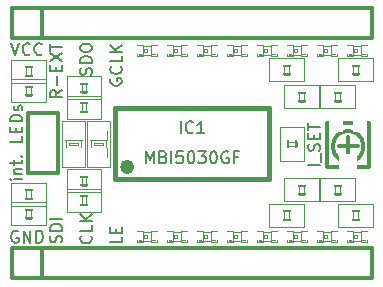
<source format=gto>
G04 (created by PCBNEW (2013-01-19 BZR 3914)-testing) date Mon 21 Jan 2013 04:33:40 AM CET*
%MOIN*%
G04 Gerber Fmt 3.4, Leading zero omitted, Abs format*
%FSLAX34Y34*%
G01*
G70*
G90*
G04 APERTURE LIST*
%ADD10C,2.3622e-06*%
%ADD11C,0.00787402*%
%ADD12C,0.012*%
%ADD13C,0.0026*%
%ADD14C,0.002*%
%ADD15C,0.004*%
%ADD16C,0.015*%
%ADD17C,0.006*%
%ADD18C,0.001*%
%ADD19R,0.06X0.06*%
%ADD20C,0.06*%
%ADD21R,0.059X0.0511*%
%ADD22R,0.065X0.065*%
%ADD23C,0.065*%
%ADD24R,0.0472X0.0472*%
%ADD25R,0.063X0.0591*%
%ADD26R,0.0256X0.063*%
%ADD27R,0.0393X0.0433*%
%ADD28R,0.0433X0.0393*%
%ADD29R,0.0314X0.0314*%
G04 APERTURE END LIST*
G54D10*
G54D11*
X65259Y-45715D02*
X64865Y-45715D01*
X65296Y-45621D02*
X65296Y-45321D01*
X65240Y-45246D02*
X65259Y-45190D01*
X65259Y-45096D01*
X65240Y-45059D01*
X65221Y-45040D01*
X65184Y-45021D01*
X65146Y-45021D01*
X65109Y-45040D01*
X65090Y-45059D01*
X65071Y-45096D01*
X65053Y-45171D01*
X65034Y-45209D01*
X65015Y-45228D01*
X64978Y-45246D01*
X64940Y-45246D01*
X64903Y-45228D01*
X64884Y-45209D01*
X64865Y-45171D01*
X64865Y-45078D01*
X64884Y-45021D01*
X65053Y-44853D02*
X65053Y-44721D01*
X65259Y-44665D02*
X65259Y-44853D01*
X64865Y-44853D01*
X64865Y-44665D01*
X64865Y-44553D02*
X64865Y-44328D01*
X65259Y-44440D02*
X64865Y-44440D01*
X58284Y-42849D02*
X58265Y-42887D01*
X58265Y-42943D01*
X58284Y-42999D01*
X58321Y-43037D01*
X58359Y-43056D01*
X58434Y-43074D01*
X58490Y-43074D01*
X58565Y-43056D01*
X58603Y-43037D01*
X58640Y-42999D01*
X58659Y-42943D01*
X58659Y-42906D01*
X58640Y-42849D01*
X58621Y-42831D01*
X58490Y-42831D01*
X58490Y-42906D01*
X58621Y-42437D02*
X58640Y-42456D01*
X58659Y-42512D01*
X58659Y-42549D01*
X58640Y-42606D01*
X58603Y-42643D01*
X58565Y-42662D01*
X58490Y-42681D01*
X58434Y-42681D01*
X58359Y-42662D01*
X58321Y-42643D01*
X58284Y-42606D01*
X58265Y-42549D01*
X58265Y-42512D01*
X58284Y-42456D01*
X58303Y-42437D01*
X58659Y-42081D02*
X58659Y-42268D01*
X58265Y-42268D01*
X58659Y-41950D02*
X58265Y-41950D01*
X58659Y-41725D02*
X58434Y-41893D01*
X58265Y-41725D02*
X58490Y-41950D01*
X57640Y-42715D02*
X57659Y-42659D01*
X57659Y-42565D01*
X57640Y-42528D01*
X57621Y-42509D01*
X57584Y-42490D01*
X57546Y-42490D01*
X57509Y-42509D01*
X57490Y-42528D01*
X57471Y-42565D01*
X57453Y-42640D01*
X57434Y-42678D01*
X57415Y-42696D01*
X57378Y-42715D01*
X57340Y-42715D01*
X57303Y-42696D01*
X57284Y-42678D01*
X57265Y-42640D01*
X57265Y-42546D01*
X57284Y-42490D01*
X57659Y-42321D02*
X57265Y-42321D01*
X57265Y-42228D01*
X57284Y-42171D01*
X57321Y-42134D01*
X57359Y-42115D01*
X57434Y-42096D01*
X57490Y-42096D01*
X57565Y-42115D01*
X57603Y-42134D01*
X57640Y-42171D01*
X57659Y-42228D01*
X57659Y-42321D01*
X57265Y-41853D02*
X57265Y-41778D01*
X57284Y-41740D01*
X57321Y-41703D01*
X57396Y-41684D01*
X57528Y-41684D01*
X57603Y-41703D01*
X57640Y-41740D01*
X57659Y-41778D01*
X57659Y-41853D01*
X57640Y-41890D01*
X57603Y-41928D01*
X57528Y-41946D01*
X57396Y-41946D01*
X57321Y-41928D01*
X57284Y-41890D01*
X57265Y-41853D01*
X56659Y-43237D02*
X56471Y-43368D01*
X56659Y-43462D02*
X56265Y-43462D01*
X56265Y-43312D01*
X56284Y-43274D01*
X56303Y-43256D01*
X56340Y-43237D01*
X56396Y-43237D01*
X56434Y-43256D01*
X56453Y-43274D01*
X56471Y-43312D01*
X56471Y-43462D01*
X56509Y-43068D02*
X56509Y-42768D01*
X56453Y-42581D02*
X56453Y-42450D01*
X56659Y-42393D02*
X56659Y-42581D01*
X56265Y-42581D01*
X56265Y-42393D01*
X56265Y-42262D02*
X56659Y-42000D01*
X56265Y-42000D02*
X56659Y-42262D01*
X56265Y-41906D02*
X56265Y-41681D01*
X56659Y-41793D02*
X56265Y-41793D01*
X58659Y-48106D02*
X58659Y-48293D01*
X58265Y-48293D01*
X58453Y-47975D02*
X58453Y-47843D01*
X58659Y-47787D02*
X58659Y-47975D01*
X58265Y-47975D01*
X58265Y-47787D01*
X57621Y-48084D02*
X57640Y-48103D01*
X57659Y-48159D01*
X57659Y-48196D01*
X57640Y-48253D01*
X57603Y-48290D01*
X57565Y-48309D01*
X57490Y-48328D01*
X57434Y-48328D01*
X57359Y-48309D01*
X57321Y-48290D01*
X57284Y-48253D01*
X57265Y-48196D01*
X57265Y-48159D01*
X57284Y-48103D01*
X57303Y-48084D01*
X57659Y-47728D02*
X57659Y-47915D01*
X57265Y-47915D01*
X57659Y-47596D02*
X57265Y-47596D01*
X57659Y-47371D02*
X57434Y-47540D01*
X57265Y-47371D02*
X57490Y-47596D01*
X56640Y-48303D02*
X56659Y-48246D01*
X56659Y-48153D01*
X56640Y-48115D01*
X56621Y-48096D01*
X56584Y-48078D01*
X56546Y-48078D01*
X56509Y-48096D01*
X56490Y-48115D01*
X56471Y-48153D01*
X56453Y-48228D01*
X56434Y-48265D01*
X56415Y-48284D01*
X56378Y-48303D01*
X56340Y-48303D01*
X56303Y-48284D01*
X56284Y-48265D01*
X56265Y-48228D01*
X56265Y-48134D01*
X56284Y-48078D01*
X56659Y-47909D02*
X56265Y-47909D01*
X56265Y-47815D01*
X56284Y-47759D01*
X56321Y-47721D01*
X56359Y-47703D01*
X56434Y-47684D01*
X56490Y-47684D01*
X56565Y-47703D01*
X56603Y-47721D01*
X56640Y-47759D01*
X56659Y-47815D01*
X56659Y-47909D01*
X56659Y-47515D02*
X56265Y-47515D01*
X55200Y-47934D02*
X55162Y-47915D01*
X55106Y-47915D01*
X55050Y-47934D01*
X55012Y-47971D01*
X54993Y-48009D01*
X54975Y-48084D01*
X54975Y-48140D01*
X54993Y-48215D01*
X55012Y-48253D01*
X55050Y-48290D01*
X55106Y-48309D01*
X55143Y-48309D01*
X55200Y-48290D01*
X55218Y-48271D01*
X55218Y-48140D01*
X55143Y-48140D01*
X55387Y-48309D02*
X55387Y-47915D01*
X55612Y-48309D01*
X55612Y-47915D01*
X55799Y-48309D02*
X55799Y-47915D01*
X55893Y-47915D01*
X55949Y-47934D01*
X55987Y-47971D01*
X56006Y-48009D01*
X56024Y-48084D01*
X56024Y-48140D01*
X56006Y-48215D01*
X55987Y-48253D01*
X55949Y-48290D01*
X55893Y-48309D01*
X55799Y-48309D01*
X54975Y-41665D02*
X55106Y-42059D01*
X55237Y-41665D01*
X55593Y-42021D02*
X55574Y-42040D01*
X55518Y-42059D01*
X55481Y-42059D01*
X55425Y-42040D01*
X55387Y-42003D01*
X55368Y-41965D01*
X55350Y-41890D01*
X55350Y-41834D01*
X55368Y-41759D01*
X55387Y-41721D01*
X55425Y-41684D01*
X55481Y-41665D01*
X55518Y-41665D01*
X55574Y-41684D01*
X55593Y-41703D01*
X55987Y-42021D02*
X55968Y-42040D01*
X55912Y-42059D01*
X55874Y-42059D01*
X55818Y-42040D01*
X55781Y-42003D01*
X55762Y-41965D01*
X55743Y-41890D01*
X55743Y-41834D01*
X55762Y-41759D01*
X55781Y-41721D01*
X55818Y-41684D01*
X55874Y-41665D01*
X55912Y-41665D01*
X55968Y-41684D01*
X55987Y-41703D01*
G54D12*
X55525Y-44000D02*
X56525Y-44000D01*
X56525Y-44000D02*
X56525Y-46000D01*
X56525Y-46000D02*
X55525Y-46000D01*
X55525Y-46000D02*
X55525Y-44000D01*
G54D13*
X57590Y-44596D02*
X57590Y-44891D01*
X57590Y-44891D02*
X58160Y-44891D01*
X58160Y-44596D02*
X58160Y-44891D01*
X57590Y-44596D02*
X58160Y-44596D01*
X57590Y-45165D02*
X57590Y-45460D01*
X57590Y-45460D02*
X58160Y-45460D01*
X58160Y-45165D02*
X58160Y-45460D01*
X57590Y-45165D02*
X58160Y-45165D01*
X57718Y-44986D02*
X57718Y-45064D01*
X57718Y-45064D02*
X58032Y-45064D01*
X58032Y-44986D02*
X58032Y-45064D01*
X57718Y-44986D02*
X58032Y-44986D01*
G54D14*
X58262Y-44249D02*
X58262Y-45801D01*
X57488Y-45801D02*
X57488Y-44249D01*
X57488Y-44249D02*
X58262Y-44249D01*
G54D15*
X58134Y-44875D02*
X58134Y-45175D01*
X57616Y-44885D02*
X57616Y-45175D01*
G54D14*
X58262Y-45801D02*
X57488Y-45801D01*
G54D12*
X55000Y-49500D02*
X55000Y-49500D01*
X55000Y-49500D02*
X55000Y-48500D01*
X55000Y-48500D02*
X65000Y-48500D01*
X65000Y-49500D02*
X55000Y-49500D01*
X56000Y-49500D02*
X56000Y-48500D01*
X65000Y-48500D02*
X66750Y-48500D01*
X66750Y-48500D02*
X67000Y-48500D01*
X67000Y-48500D02*
X67000Y-49500D01*
X67000Y-49500D02*
X65000Y-49500D01*
X66515Y-45100D02*
X65885Y-45100D01*
X66200Y-45415D02*
X66200Y-44785D01*
X66710Y-45100D02*
G75*
G03X66710Y-45100I-510J0D01*
G74*
G01*
X66200Y-45789D02*
X65491Y-45789D01*
X65491Y-45789D02*
X65491Y-44313D01*
X65491Y-44313D02*
X66909Y-44313D01*
X66909Y-44313D02*
X66909Y-45789D01*
X66909Y-45789D02*
X66200Y-45789D01*
G54D16*
X58992Y-45787D02*
G75*
G03X58992Y-45787I-157J0D01*
G74*
G01*
X58913Y-45788D02*
G75*
G03X58913Y-45788I-78J0D01*
G74*
G01*
X58441Y-43819D02*
X63559Y-43819D01*
X63559Y-43819D02*
X63559Y-46181D01*
X63559Y-46181D02*
X58441Y-46181D01*
X58441Y-46181D02*
X58441Y-43819D01*
G54D13*
X66620Y-42720D02*
X66780Y-42720D01*
X66780Y-42720D02*
X66780Y-42380D01*
X66620Y-42380D02*
X66780Y-42380D01*
X66620Y-42720D02*
X66620Y-42380D01*
X66120Y-42720D02*
X66280Y-42720D01*
X66280Y-42720D02*
X66280Y-42380D01*
X66120Y-42380D02*
X66280Y-42380D01*
X66120Y-42720D02*
X66120Y-42380D01*
X66372Y-42707D02*
X66528Y-42707D01*
X66528Y-42707D02*
X66528Y-42393D01*
X66372Y-42393D02*
X66528Y-42393D01*
X66372Y-42707D02*
X66372Y-42393D01*
G54D17*
X66280Y-42690D02*
X66620Y-42690D01*
X66620Y-42410D02*
X66280Y-42410D01*
G54D14*
X65871Y-42163D02*
X67029Y-42163D01*
X67029Y-42163D02*
X67029Y-42937D01*
X67029Y-42937D02*
X65871Y-42937D01*
X65871Y-42937D02*
X65871Y-42163D01*
G54D13*
X64160Y-45189D02*
X64160Y-45349D01*
X64160Y-45349D02*
X64500Y-45349D01*
X64500Y-45189D02*
X64500Y-45349D01*
X64160Y-45189D02*
X64500Y-45189D01*
X64160Y-44689D02*
X64160Y-44849D01*
X64160Y-44849D02*
X64500Y-44849D01*
X64500Y-44689D02*
X64500Y-44849D01*
X64160Y-44689D02*
X64500Y-44689D01*
X64173Y-44941D02*
X64173Y-45097D01*
X64173Y-45097D02*
X64487Y-45097D01*
X64487Y-44941D02*
X64487Y-45097D01*
X64173Y-44941D02*
X64487Y-44941D01*
G54D17*
X64190Y-44849D02*
X64190Y-45189D01*
X64470Y-45189D02*
X64470Y-44849D01*
G54D14*
X64717Y-44440D02*
X64717Y-45598D01*
X64717Y-45598D02*
X63943Y-45598D01*
X63943Y-45598D02*
X63943Y-44440D01*
X63943Y-44440D02*
X64717Y-44440D01*
G54D13*
X66020Y-43620D02*
X66180Y-43620D01*
X66180Y-43620D02*
X66180Y-43280D01*
X66020Y-43280D02*
X66180Y-43280D01*
X66020Y-43620D02*
X66020Y-43280D01*
X65520Y-43620D02*
X65680Y-43620D01*
X65680Y-43620D02*
X65680Y-43280D01*
X65520Y-43280D02*
X65680Y-43280D01*
X65520Y-43620D02*
X65520Y-43280D01*
X65772Y-43607D02*
X65928Y-43607D01*
X65928Y-43607D02*
X65928Y-43293D01*
X65772Y-43293D02*
X65928Y-43293D01*
X65772Y-43607D02*
X65772Y-43293D01*
G54D17*
X65680Y-43590D02*
X66020Y-43590D01*
X66020Y-43310D02*
X65680Y-43310D01*
G54D14*
X65271Y-43063D02*
X66429Y-43063D01*
X66429Y-43063D02*
X66429Y-43837D01*
X66429Y-43837D02*
X65271Y-43837D01*
X65271Y-43837D02*
X65271Y-43063D01*
G54D13*
X63980Y-42380D02*
X63820Y-42380D01*
X63820Y-42380D02*
X63820Y-42720D01*
X63980Y-42720D02*
X63820Y-42720D01*
X63980Y-42380D02*
X63980Y-42720D01*
X64480Y-42380D02*
X64320Y-42380D01*
X64320Y-42380D02*
X64320Y-42720D01*
X64480Y-42720D02*
X64320Y-42720D01*
X64480Y-42380D02*
X64480Y-42720D01*
X64228Y-42393D02*
X64072Y-42393D01*
X64072Y-42393D02*
X64072Y-42707D01*
X64228Y-42707D02*
X64072Y-42707D01*
X64228Y-42393D02*
X64228Y-42707D01*
G54D17*
X64320Y-42410D02*
X63980Y-42410D01*
X63980Y-42690D02*
X64320Y-42690D01*
G54D14*
X64729Y-42937D02*
X63571Y-42937D01*
X63571Y-42937D02*
X63571Y-42163D01*
X63571Y-42163D02*
X64729Y-42163D01*
X64729Y-42163D02*
X64729Y-42937D01*
G54D13*
X64480Y-43280D02*
X64320Y-43280D01*
X64320Y-43280D02*
X64320Y-43620D01*
X64480Y-43620D02*
X64320Y-43620D01*
X64480Y-43280D02*
X64480Y-43620D01*
X64980Y-43280D02*
X64820Y-43280D01*
X64820Y-43280D02*
X64820Y-43620D01*
X64980Y-43620D02*
X64820Y-43620D01*
X64980Y-43280D02*
X64980Y-43620D01*
X64728Y-43293D02*
X64572Y-43293D01*
X64572Y-43293D02*
X64572Y-43607D01*
X64728Y-43607D02*
X64572Y-43607D01*
X64728Y-43293D02*
X64728Y-43607D01*
G54D17*
X64820Y-43310D02*
X64480Y-43310D01*
X64480Y-43590D02*
X64820Y-43590D01*
G54D14*
X65229Y-43837D02*
X64071Y-43837D01*
X64071Y-43837D02*
X64071Y-43063D01*
X64071Y-43063D02*
X65229Y-43063D01*
X65229Y-43063D02*
X65229Y-43837D01*
G54D13*
X57570Y-43970D02*
X57730Y-43970D01*
X57730Y-43970D02*
X57730Y-43630D01*
X57570Y-43630D02*
X57730Y-43630D01*
X57570Y-43970D02*
X57570Y-43630D01*
X57070Y-43970D02*
X57230Y-43970D01*
X57230Y-43970D02*
X57230Y-43630D01*
X57070Y-43630D02*
X57230Y-43630D01*
X57070Y-43970D02*
X57070Y-43630D01*
X57322Y-43957D02*
X57478Y-43957D01*
X57478Y-43957D02*
X57478Y-43643D01*
X57322Y-43643D02*
X57478Y-43643D01*
X57322Y-43957D02*
X57322Y-43643D01*
G54D17*
X57230Y-43940D02*
X57570Y-43940D01*
X57570Y-43660D02*
X57230Y-43660D01*
G54D14*
X56821Y-43413D02*
X57979Y-43413D01*
X57979Y-43413D02*
X57979Y-44187D01*
X57979Y-44187D02*
X56821Y-44187D01*
X56821Y-44187D02*
X56821Y-43413D01*
G54D13*
X57570Y-43320D02*
X57730Y-43320D01*
X57730Y-43320D02*
X57730Y-42980D01*
X57570Y-42980D02*
X57730Y-42980D01*
X57570Y-43320D02*
X57570Y-42980D01*
X57070Y-43320D02*
X57230Y-43320D01*
X57230Y-43320D02*
X57230Y-42980D01*
X57070Y-42980D02*
X57230Y-42980D01*
X57070Y-43320D02*
X57070Y-42980D01*
X57322Y-43307D02*
X57478Y-43307D01*
X57478Y-43307D02*
X57478Y-42993D01*
X57322Y-42993D02*
X57478Y-42993D01*
X57322Y-43307D02*
X57322Y-42993D01*
G54D17*
X57230Y-43290D02*
X57570Y-43290D01*
X57570Y-43010D02*
X57230Y-43010D01*
G54D14*
X56821Y-42763D02*
X57979Y-42763D01*
X57979Y-42763D02*
X57979Y-43537D01*
X57979Y-43537D02*
X56821Y-43537D01*
X56821Y-43537D02*
X56821Y-42763D01*
G54D13*
X55720Y-43420D02*
X55880Y-43420D01*
X55880Y-43420D02*
X55880Y-43080D01*
X55720Y-43080D02*
X55880Y-43080D01*
X55720Y-43420D02*
X55720Y-43080D01*
X55220Y-43420D02*
X55380Y-43420D01*
X55380Y-43420D02*
X55380Y-43080D01*
X55220Y-43080D02*
X55380Y-43080D01*
X55220Y-43420D02*
X55220Y-43080D01*
X55472Y-43407D02*
X55628Y-43407D01*
X55628Y-43407D02*
X55628Y-43093D01*
X55472Y-43093D02*
X55628Y-43093D01*
X55472Y-43407D02*
X55472Y-43093D01*
G54D17*
X55380Y-43390D02*
X55720Y-43390D01*
X55720Y-43110D02*
X55380Y-43110D01*
G54D14*
X54971Y-42863D02*
X56129Y-42863D01*
X56129Y-42863D02*
X56129Y-43637D01*
X56129Y-43637D02*
X54971Y-43637D01*
X54971Y-43637D02*
X54971Y-42863D01*
G54D13*
X55720Y-42770D02*
X55880Y-42770D01*
X55880Y-42770D02*
X55880Y-42430D01*
X55720Y-42430D02*
X55880Y-42430D01*
X55720Y-42770D02*
X55720Y-42430D01*
X55220Y-42770D02*
X55380Y-42770D01*
X55380Y-42770D02*
X55380Y-42430D01*
X55220Y-42430D02*
X55380Y-42430D01*
X55220Y-42770D02*
X55220Y-42430D01*
X55472Y-42757D02*
X55628Y-42757D01*
X55628Y-42757D02*
X55628Y-42443D01*
X55472Y-42443D02*
X55628Y-42443D01*
X55472Y-42757D02*
X55472Y-42443D01*
G54D17*
X55380Y-42740D02*
X55720Y-42740D01*
X55720Y-42460D02*
X55380Y-42460D01*
G54D14*
X54971Y-42213D02*
X56129Y-42213D01*
X56129Y-42213D02*
X56129Y-42987D01*
X56129Y-42987D02*
X54971Y-42987D01*
X54971Y-42987D02*
X54971Y-42213D01*
G54D13*
X66620Y-47570D02*
X66780Y-47570D01*
X66780Y-47570D02*
X66780Y-47230D01*
X66620Y-47230D02*
X66780Y-47230D01*
X66620Y-47570D02*
X66620Y-47230D01*
X66120Y-47570D02*
X66280Y-47570D01*
X66280Y-47570D02*
X66280Y-47230D01*
X66120Y-47230D02*
X66280Y-47230D01*
X66120Y-47570D02*
X66120Y-47230D01*
X66372Y-47557D02*
X66528Y-47557D01*
X66528Y-47557D02*
X66528Y-47243D01*
X66372Y-47243D02*
X66528Y-47243D01*
X66372Y-47557D02*
X66372Y-47243D01*
G54D17*
X66280Y-47540D02*
X66620Y-47540D01*
X66620Y-47260D02*
X66280Y-47260D01*
G54D14*
X65871Y-47013D02*
X67029Y-47013D01*
X67029Y-47013D02*
X67029Y-47787D01*
X67029Y-47787D02*
X65871Y-47787D01*
X65871Y-47787D02*
X65871Y-47013D01*
G54D13*
X66020Y-46720D02*
X66180Y-46720D01*
X66180Y-46720D02*
X66180Y-46380D01*
X66020Y-46380D02*
X66180Y-46380D01*
X66020Y-46720D02*
X66020Y-46380D01*
X65520Y-46720D02*
X65680Y-46720D01*
X65680Y-46720D02*
X65680Y-46380D01*
X65520Y-46380D02*
X65680Y-46380D01*
X65520Y-46720D02*
X65520Y-46380D01*
X65772Y-46707D02*
X65928Y-46707D01*
X65928Y-46707D02*
X65928Y-46393D01*
X65772Y-46393D02*
X65928Y-46393D01*
X65772Y-46707D02*
X65772Y-46393D01*
G54D17*
X65680Y-46690D02*
X66020Y-46690D01*
X66020Y-46410D02*
X65680Y-46410D01*
G54D14*
X65271Y-46163D02*
X66429Y-46163D01*
X66429Y-46163D02*
X66429Y-46937D01*
X66429Y-46937D02*
X65271Y-46937D01*
X65271Y-46937D02*
X65271Y-46163D01*
G54D13*
X64480Y-46380D02*
X64320Y-46380D01*
X64320Y-46380D02*
X64320Y-46720D01*
X64480Y-46720D02*
X64320Y-46720D01*
X64480Y-46380D02*
X64480Y-46720D01*
X64980Y-46380D02*
X64820Y-46380D01*
X64820Y-46380D02*
X64820Y-46720D01*
X64980Y-46720D02*
X64820Y-46720D01*
X64980Y-46380D02*
X64980Y-46720D01*
X64728Y-46393D02*
X64572Y-46393D01*
X64572Y-46393D02*
X64572Y-46707D01*
X64728Y-46707D02*
X64572Y-46707D01*
X64728Y-46393D02*
X64728Y-46707D01*
G54D17*
X64820Y-46410D02*
X64480Y-46410D01*
X64480Y-46690D02*
X64820Y-46690D01*
G54D14*
X65229Y-46937D02*
X64071Y-46937D01*
X64071Y-46937D02*
X64071Y-46163D01*
X64071Y-46163D02*
X65229Y-46163D01*
X65229Y-46163D02*
X65229Y-46937D01*
G54D13*
X63980Y-47230D02*
X63820Y-47230D01*
X63820Y-47230D02*
X63820Y-47570D01*
X63980Y-47570D02*
X63820Y-47570D01*
X63980Y-47230D02*
X63980Y-47570D01*
X64480Y-47230D02*
X64320Y-47230D01*
X64320Y-47230D02*
X64320Y-47570D01*
X64480Y-47570D02*
X64320Y-47570D01*
X64480Y-47230D02*
X64480Y-47570D01*
X64228Y-47243D02*
X64072Y-47243D01*
X64072Y-47243D02*
X64072Y-47557D01*
X64228Y-47557D02*
X64072Y-47557D01*
X64228Y-47243D02*
X64228Y-47557D01*
G54D17*
X64320Y-47260D02*
X63980Y-47260D01*
X63980Y-47540D02*
X64320Y-47540D01*
G54D14*
X64729Y-47787D02*
X63571Y-47787D01*
X63571Y-47787D02*
X63571Y-47013D01*
X63571Y-47013D02*
X64729Y-47013D01*
X64729Y-47013D02*
X64729Y-47787D01*
G54D13*
X57570Y-47070D02*
X57730Y-47070D01*
X57730Y-47070D02*
X57730Y-46730D01*
X57570Y-46730D02*
X57730Y-46730D01*
X57570Y-47070D02*
X57570Y-46730D01*
X57070Y-47070D02*
X57230Y-47070D01*
X57230Y-47070D02*
X57230Y-46730D01*
X57070Y-46730D02*
X57230Y-46730D01*
X57070Y-47070D02*
X57070Y-46730D01*
X57322Y-47057D02*
X57478Y-47057D01*
X57478Y-47057D02*
X57478Y-46743D01*
X57322Y-46743D02*
X57478Y-46743D01*
X57322Y-47057D02*
X57322Y-46743D01*
G54D17*
X57230Y-47040D02*
X57570Y-47040D01*
X57570Y-46760D02*
X57230Y-46760D01*
G54D14*
X56821Y-46513D02*
X57979Y-46513D01*
X57979Y-46513D02*
X57979Y-47287D01*
X57979Y-47287D02*
X56821Y-47287D01*
X56821Y-47287D02*
X56821Y-46513D01*
G54D13*
X57570Y-46420D02*
X57730Y-46420D01*
X57730Y-46420D02*
X57730Y-46080D01*
X57570Y-46080D02*
X57730Y-46080D01*
X57570Y-46420D02*
X57570Y-46080D01*
X57070Y-46420D02*
X57230Y-46420D01*
X57230Y-46420D02*
X57230Y-46080D01*
X57070Y-46080D02*
X57230Y-46080D01*
X57070Y-46420D02*
X57070Y-46080D01*
X57322Y-46407D02*
X57478Y-46407D01*
X57478Y-46407D02*
X57478Y-46093D01*
X57322Y-46093D02*
X57478Y-46093D01*
X57322Y-46407D02*
X57322Y-46093D01*
G54D17*
X57230Y-46390D02*
X57570Y-46390D01*
X57570Y-46110D02*
X57230Y-46110D01*
G54D14*
X56821Y-45863D02*
X57979Y-45863D01*
X57979Y-45863D02*
X57979Y-46637D01*
X57979Y-46637D02*
X56821Y-46637D01*
X56821Y-46637D02*
X56821Y-45863D01*
G54D13*
X55720Y-46870D02*
X55880Y-46870D01*
X55880Y-46870D02*
X55880Y-46530D01*
X55720Y-46530D02*
X55880Y-46530D01*
X55720Y-46870D02*
X55720Y-46530D01*
X55220Y-46870D02*
X55380Y-46870D01*
X55380Y-46870D02*
X55380Y-46530D01*
X55220Y-46530D02*
X55380Y-46530D01*
X55220Y-46870D02*
X55220Y-46530D01*
X55472Y-46857D02*
X55628Y-46857D01*
X55628Y-46857D02*
X55628Y-46543D01*
X55472Y-46543D02*
X55628Y-46543D01*
X55472Y-46857D02*
X55472Y-46543D01*
G54D17*
X55380Y-46840D02*
X55720Y-46840D01*
X55720Y-46560D02*
X55380Y-46560D01*
G54D14*
X54971Y-46313D02*
X56129Y-46313D01*
X56129Y-46313D02*
X56129Y-47087D01*
X56129Y-47087D02*
X54971Y-47087D01*
X54971Y-47087D02*
X54971Y-46313D01*
G54D13*
X55720Y-47520D02*
X55880Y-47520D01*
X55880Y-47520D02*
X55880Y-47180D01*
X55720Y-47180D02*
X55880Y-47180D01*
X55720Y-47520D02*
X55720Y-47180D01*
X55220Y-47520D02*
X55380Y-47520D01*
X55380Y-47520D02*
X55380Y-47180D01*
X55220Y-47180D02*
X55380Y-47180D01*
X55220Y-47520D02*
X55220Y-47180D01*
X55472Y-47507D02*
X55628Y-47507D01*
X55628Y-47507D02*
X55628Y-47193D01*
X55472Y-47193D02*
X55628Y-47193D01*
X55472Y-47507D02*
X55472Y-47193D01*
G54D17*
X55380Y-47490D02*
X55720Y-47490D01*
X55720Y-47210D02*
X55380Y-47210D01*
G54D14*
X54971Y-46963D02*
X56129Y-46963D01*
X56129Y-46963D02*
X56129Y-47737D01*
X56129Y-47737D02*
X54971Y-47737D01*
X54971Y-47737D02*
X54971Y-46963D01*
G54D13*
X56765Y-44596D02*
X56765Y-44891D01*
X56765Y-44891D02*
X57335Y-44891D01*
X57335Y-44596D02*
X57335Y-44891D01*
X56765Y-44596D02*
X57335Y-44596D01*
X56765Y-45165D02*
X56765Y-45460D01*
X56765Y-45460D02*
X57335Y-45460D01*
X57335Y-45165D02*
X57335Y-45460D01*
X56765Y-45165D02*
X57335Y-45165D01*
X56893Y-44986D02*
X56893Y-45064D01*
X56893Y-45064D02*
X57207Y-45064D01*
X57207Y-44986D02*
X57207Y-45064D01*
X56893Y-44986D02*
X57207Y-44986D01*
G54D14*
X57437Y-44249D02*
X57437Y-45801D01*
X56663Y-45801D02*
X56663Y-44249D01*
X56663Y-44249D02*
X57437Y-44249D01*
G54D15*
X57309Y-44875D02*
X57309Y-45175D01*
X56791Y-44885D02*
X56791Y-45175D01*
G54D14*
X57437Y-45801D02*
X56663Y-45801D01*
G54D12*
X55000Y-41500D02*
X55000Y-41500D01*
X55000Y-41500D02*
X55000Y-40500D01*
X55000Y-40500D02*
X65000Y-40500D01*
X65000Y-41500D02*
X55000Y-41500D01*
X56000Y-41500D02*
X56000Y-40500D01*
X65000Y-40500D02*
X66750Y-40500D01*
X66750Y-40500D02*
X67000Y-40500D01*
X67000Y-40500D02*
X67000Y-41500D01*
X67000Y-41500D02*
X65000Y-41500D01*
G54D13*
X64225Y-48277D02*
X64225Y-48198D01*
X64225Y-48198D02*
X64166Y-48198D01*
X64166Y-48277D02*
X64166Y-48198D01*
X64225Y-48277D02*
X64166Y-48277D01*
X64284Y-48208D02*
X64284Y-48188D01*
X64284Y-48188D02*
X64264Y-48188D01*
X64264Y-48208D02*
X64264Y-48188D01*
X64284Y-48208D02*
X64264Y-48208D01*
X64363Y-48277D02*
X64363Y-48257D01*
X64363Y-48257D02*
X64215Y-48257D01*
X64215Y-48277D02*
X64215Y-48257D01*
X64363Y-48277D02*
X64215Y-48277D01*
X64284Y-48002D02*
X64284Y-47923D01*
X64284Y-47923D02*
X64166Y-47923D01*
X64166Y-48002D02*
X64166Y-47923D01*
X64284Y-48002D02*
X64166Y-48002D01*
X64363Y-48277D02*
X64363Y-47923D01*
X64363Y-47923D02*
X64274Y-47923D01*
X64274Y-48277D02*
X64274Y-47923D01*
X64363Y-48277D02*
X64274Y-48277D01*
X64834Y-48277D02*
X64834Y-48198D01*
X64834Y-48198D02*
X64637Y-48198D01*
X64637Y-48277D02*
X64637Y-48198D01*
X64834Y-48277D02*
X64637Y-48277D01*
X64834Y-48002D02*
X64834Y-47923D01*
X64834Y-47923D02*
X64637Y-47923D01*
X64637Y-48002D02*
X64637Y-47923D01*
X64834Y-48002D02*
X64637Y-48002D01*
X64726Y-48208D02*
X64726Y-47992D01*
X64726Y-47992D02*
X64637Y-47992D01*
X64637Y-48208D02*
X64637Y-47992D01*
X64726Y-48208D02*
X64637Y-48208D01*
X64755Y-48208D02*
X64755Y-48168D01*
X64755Y-48168D02*
X64716Y-48168D01*
X64716Y-48208D02*
X64716Y-48168D01*
X64755Y-48208D02*
X64716Y-48208D01*
X64755Y-48032D02*
X64755Y-47992D01*
X64755Y-47992D02*
X64716Y-47992D01*
X64716Y-48032D02*
X64716Y-47992D01*
X64755Y-48032D02*
X64716Y-48032D01*
X64500Y-48149D02*
X64500Y-48051D01*
X64500Y-48051D02*
X64402Y-48051D01*
X64402Y-48149D02*
X64402Y-48051D01*
X64500Y-48149D02*
X64402Y-48149D01*
G54D15*
X64353Y-48257D02*
X64637Y-48257D01*
X64363Y-47943D02*
X64637Y-47943D01*
G54D18*
X64273Y-48237D02*
G75*
G03X64273Y-48237I-19J0D01*
G74*
G01*
G54D15*
X64176Y-48218D02*
G75*
G03X64176Y-47982I0J118D01*
G74*
G01*
G54D14*
X64824Y-47992D02*
G75*
G03X64824Y-48208I0J-108D01*
G74*
G01*
G54D13*
X63225Y-48277D02*
X63225Y-48198D01*
X63225Y-48198D02*
X63166Y-48198D01*
X63166Y-48277D02*
X63166Y-48198D01*
X63225Y-48277D02*
X63166Y-48277D01*
X63284Y-48208D02*
X63284Y-48188D01*
X63284Y-48188D02*
X63264Y-48188D01*
X63264Y-48208D02*
X63264Y-48188D01*
X63284Y-48208D02*
X63264Y-48208D01*
X63363Y-48277D02*
X63363Y-48257D01*
X63363Y-48257D02*
X63215Y-48257D01*
X63215Y-48277D02*
X63215Y-48257D01*
X63363Y-48277D02*
X63215Y-48277D01*
X63284Y-48002D02*
X63284Y-47923D01*
X63284Y-47923D02*
X63166Y-47923D01*
X63166Y-48002D02*
X63166Y-47923D01*
X63284Y-48002D02*
X63166Y-48002D01*
X63363Y-48277D02*
X63363Y-47923D01*
X63363Y-47923D02*
X63274Y-47923D01*
X63274Y-48277D02*
X63274Y-47923D01*
X63363Y-48277D02*
X63274Y-48277D01*
X63834Y-48277D02*
X63834Y-48198D01*
X63834Y-48198D02*
X63637Y-48198D01*
X63637Y-48277D02*
X63637Y-48198D01*
X63834Y-48277D02*
X63637Y-48277D01*
X63834Y-48002D02*
X63834Y-47923D01*
X63834Y-47923D02*
X63637Y-47923D01*
X63637Y-48002D02*
X63637Y-47923D01*
X63834Y-48002D02*
X63637Y-48002D01*
X63726Y-48208D02*
X63726Y-47992D01*
X63726Y-47992D02*
X63637Y-47992D01*
X63637Y-48208D02*
X63637Y-47992D01*
X63726Y-48208D02*
X63637Y-48208D01*
X63755Y-48208D02*
X63755Y-48168D01*
X63755Y-48168D02*
X63716Y-48168D01*
X63716Y-48208D02*
X63716Y-48168D01*
X63755Y-48208D02*
X63716Y-48208D01*
X63755Y-48032D02*
X63755Y-47992D01*
X63755Y-47992D02*
X63716Y-47992D01*
X63716Y-48032D02*
X63716Y-47992D01*
X63755Y-48032D02*
X63716Y-48032D01*
X63500Y-48149D02*
X63500Y-48051D01*
X63500Y-48051D02*
X63402Y-48051D01*
X63402Y-48149D02*
X63402Y-48051D01*
X63500Y-48149D02*
X63402Y-48149D01*
G54D15*
X63353Y-48257D02*
X63637Y-48257D01*
X63363Y-47943D02*
X63637Y-47943D01*
G54D18*
X63273Y-48237D02*
G75*
G03X63273Y-48237I-19J0D01*
G74*
G01*
G54D15*
X63176Y-48218D02*
G75*
G03X63176Y-47982I0J118D01*
G74*
G01*
G54D14*
X63824Y-47992D02*
G75*
G03X63824Y-48208I0J-108D01*
G74*
G01*
G54D13*
X65225Y-48277D02*
X65225Y-48198D01*
X65225Y-48198D02*
X65166Y-48198D01*
X65166Y-48277D02*
X65166Y-48198D01*
X65225Y-48277D02*
X65166Y-48277D01*
X65284Y-48208D02*
X65284Y-48188D01*
X65284Y-48188D02*
X65264Y-48188D01*
X65264Y-48208D02*
X65264Y-48188D01*
X65284Y-48208D02*
X65264Y-48208D01*
X65363Y-48277D02*
X65363Y-48257D01*
X65363Y-48257D02*
X65215Y-48257D01*
X65215Y-48277D02*
X65215Y-48257D01*
X65363Y-48277D02*
X65215Y-48277D01*
X65284Y-48002D02*
X65284Y-47923D01*
X65284Y-47923D02*
X65166Y-47923D01*
X65166Y-48002D02*
X65166Y-47923D01*
X65284Y-48002D02*
X65166Y-48002D01*
X65363Y-48277D02*
X65363Y-47923D01*
X65363Y-47923D02*
X65274Y-47923D01*
X65274Y-48277D02*
X65274Y-47923D01*
X65363Y-48277D02*
X65274Y-48277D01*
X65834Y-48277D02*
X65834Y-48198D01*
X65834Y-48198D02*
X65637Y-48198D01*
X65637Y-48277D02*
X65637Y-48198D01*
X65834Y-48277D02*
X65637Y-48277D01*
X65834Y-48002D02*
X65834Y-47923D01*
X65834Y-47923D02*
X65637Y-47923D01*
X65637Y-48002D02*
X65637Y-47923D01*
X65834Y-48002D02*
X65637Y-48002D01*
X65726Y-48208D02*
X65726Y-47992D01*
X65726Y-47992D02*
X65637Y-47992D01*
X65637Y-48208D02*
X65637Y-47992D01*
X65726Y-48208D02*
X65637Y-48208D01*
X65755Y-48208D02*
X65755Y-48168D01*
X65755Y-48168D02*
X65716Y-48168D01*
X65716Y-48208D02*
X65716Y-48168D01*
X65755Y-48208D02*
X65716Y-48208D01*
X65755Y-48032D02*
X65755Y-47992D01*
X65755Y-47992D02*
X65716Y-47992D01*
X65716Y-48032D02*
X65716Y-47992D01*
X65755Y-48032D02*
X65716Y-48032D01*
X65500Y-48149D02*
X65500Y-48051D01*
X65500Y-48051D02*
X65402Y-48051D01*
X65402Y-48149D02*
X65402Y-48051D01*
X65500Y-48149D02*
X65402Y-48149D01*
G54D15*
X65353Y-48257D02*
X65637Y-48257D01*
X65363Y-47943D02*
X65637Y-47943D01*
G54D18*
X65273Y-48237D02*
G75*
G03X65273Y-48237I-19J0D01*
G74*
G01*
G54D15*
X65176Y-48218D02*
G75*
G03X65176Y-47982I0J118D01*
G74*
G01*
G54D14*
X65824Y-47992D02*
G75*
G03X65824Y-48208I0J-108D01*
G74*
G01*
G54D13*
X62225Y-48277D02*
X62225Y-48198D01*
X62225Y-48198D02*
X62166Y-48198D01*
X62166Y-48277D02*
X62166Y-48198D01*
X62225Y-48277D02*
X62166Y-48277D01*
X62284Y-48208D02*
X62284Y-48188D01*
X62284Y-48188D02*
X62264Y-48188D01*
X62264Y-48208D02*
X62264Y-48188D01*
X62284Y-48208D02*
X62264Y-48208D01*
X62363Y-48277D02*
X62363Y-48257D01*
X62363Y-48257D02*
X62215Y-48257D01*
X62215Y-48277D02*
X62215Y-48257D01*
X62363Y-48277D02*
X62215Y-48277D01*
X62284Y-48002D02*
X62284Y-47923D01*
X62284Y-47923D02*
X62166Y-47923D01*
X62166Y-48002D02*
X62166Y-47923D01*
X62284Y-48002D02*
X62166Y-48002D01*
X62363Y-48277D02*
X62363Y-47923D01*
X62363Y-47923D02*
X62274Y-47923D01*
X62274Y-48277D02*
X62274Y-47923D01*
X62363Y-48277D02*
X62274Y-48277D01*
X62834Y-48277D02*
X62834Y-48198D01*
X62834Y-48198D02*
X62637Y-48198D01*
X62637Y-48277D02*
X62637Y-48198D01*
X62834Y-48277D02*
X62637Y-48277D01*
X62834Y-48002D02*
X62834Y-47923D01*
X62834Y-47923D02*
X62637Y-47923D01*
X62637Y-48002D02*
X62637Y-47923D01*
X62834Y-48002D02*
X62637Y-48002D01*
X62726Y-48208D02*
X62726Y-47992D01*
X62726Y-47992D02*
X62637Y-47992D01*
X62637Y-48208D02*
X62637Y-47992D01*
X62726Y-48208D02*
X62637Y-48208D01*
X62755Y-48208D02*
X62755Y-48168D01*
X62755Y-48168D02*
X62716Y-48168D01*
X62716Y-48208D02*
X62716Y-48168D01*
X62755Y-48208D02*
X62716Y-48208D01*
X62755Y-48032D02*
X62755Y-47992D01*
X62755Y-47992D02*
X62716Y-47992D01*
X62716Y-48032D02*
X62716Y-47992D01*
X62755Y-48032D02*
X62716Y-48032D01*
X62500Y-48149D02*
X62500Y-48051D01*
X62500Y-48051D02*
X62402Y-48051D01*
X62402Y-48149D02*
X62402Y-48051D01*
X62500Y-48149D02*
X62402Y-48149D01*
G54D15*
X62353Y-48257D02*
X62637Y-48257D01*
X62363Y-47943D02*
X62637Y-47943D01*
G54D18*
X62273Y-48237D02*
G75*
G03X62273Y-48237I-19J0D01*
G74*
G01*
G54D15*
X62176Y-48218D02*
G75*
G03X62176Y-47982I0J118D01*
G74*
G01*
G54D14*
X62824Y-47992D02*
G75*
G03X62824Y-48208I0J-108D01*
G74*
G01*
G54D13*
X61225Y-48277D02*
X61225Y-48198D01*
X61225Y-48198D02*
X61166Y-48198D01*
X61166Y-48277D02*
X61166Y-48198D01*
X61225Y-48277D02*
X61166Y-48277D01*
X61284Y-48208D02*
X61284Y-48188D01*
X61284Y-48188D02*
X61264Y-48188D01*
X61264Y-48208D02*
X61264Y-48188D01*
X61284Y-48208D02*
X61264Y-48208D01*
X61363Y-48277D02*
X61363Y-48257D01*
X61363Y-48257D02*
X61215Y-48257D01*
X61215Y-48277D02*
X61215Y-48257D01*
X61363Y-48277D02*
X61215Y-48277D01*
X61284Y-48002D02*
X61284Y-47923D01*
X61284Y-47923D02*
X61166Y-47923D01*
X61166Y-48002D02*
X61166Y-47923D01*
X61284Y-48002D02*
X61166Y-48002D01*
X61363Y-48277D02*
X61363Y-47923D01*
X61363Y-47923D02*
X61274Y-47923D01*
X61274Y-48277D02*
X61274Y-47923D01*
X61363Y-48277D02*
X61274Y-48277D01*
X61834Y-48277D02*
X61834Y-48198D01*
X61834Y-48198D02*
X61637Y-48198D01*
X61637Y-48277D02*
X61637Y-48198D01*
X61834Y-48277D02*
X61637Y-48277D01*
X61834Y-48002D02*
X61834Y-47923D01*
X61834Y-47923D02*
X61637Y-47923D01*
X61637Y-48002D02*
X61637Y-47923D01*
X61834Y-48002D02*
X61637Y-48002D01*
X61726Y-48208D02*
X61726Y-47992D01*
X61726Y-47992D02*
X61637Y-47992D01*
X61637Y-48208D02*
X61637Y-47992D01*
X61726Y-48208D02*
X61637Y-48208D01*
X61755Y-48208D02*
X61755Y-48168D01*
X61755Y-48168D02*
X61716Y-48168D01*
X61716Y-48208D02*
X61716Y-48168D01*
X61755Y-48208D02*
X61716Y-48208D01*
X61755Y-48032D02*
X61755Y-47992D01*
X61755Y-47992D02*
X61716Y-47992D01*
X61716Y-48032D02*
X61716Y-47992D01*
X61755Y-48032D02*
X61716Y-48032D01*
X61500Y-48149D02*
X61500Y-48051D01*
X61500Y-48051D02*
X61402Y-48051D01*
X61402Y-48149D02*
X61402Y-48051D01*
X61500Y-48149D02*
X61402Y-48149D01*
G54D15*
X61353Y-48257D02*
X61637Y-48257D01*
X61363Y-47943D02*
X61637Y-47943D01*
G54D18*
X61273Y-48237D02*
G75*
G03X61273Y-48237I-19J0D01*
G74*
G01*
G54D15*
X61176Y-48218D02*
G75*
G03X61176Y-47982I0J118D01*
G74*
G01*
G54D14*
X61824Y-47992D02*
G75*
G03X61824Y-48208I0J-108D01*
G74*
G01*
G54D13*
X60225Y-48277D02*
X60225Y-48198D01*
X60225Y-48198D02*
X60166Y-48198D01*
X60166Y-48277D02*
X60166Y-48198D01*
X60225Y-48277D02*
X60166Y-48277D01*
X60284Y-48208D02*
X60284Y-48188D01*
X60284Y-48188D02*
X60264Y-48188D01*
X60264Y-48208D02*
X60264Y-48188D01*
X60284Y-48208D02*
X60264Y-48208D01*
X60363Y-48277D02*
X60363Y-48257D01*
X60363Y-48257D02*
X60215Y-48257D01*
X60215Y-48277D02*
X60215Y-48257D01*
X60363Y-48277D02*
X60215Y-48277D01*
X60284Y-48002D02*
X60284Y-47923D01*
X60284Y-47923D02*
X60166Y-47923D01*
X60166Y-48002D02*
X60166Y-47923D01*
X60284Y-48002D02*
X60166Y-48002D01*
X60363Y-48277D02*
X60363Y-47923D01*
X60363Y-47923D02*
X60274Y-47923D01*
X60274Y-48277D02*
X60274Y-47923D01*
X60363Y-48277D02*
X60274Y-48277D01*
X60834Y-48277D02*
X60834Y-48198D01*
X60834Y-48198D02*
X60637Y-48198D01*
X60637Y-48277D02*
X60637Y-48198D01*
X60834Y-48277D02*
X60637Y-48277D01*
X60834Y-48002D02*
X60834Y-47923D01*
X60834Y-47923D02*
X60637Y-47923D01*
X60637Y-48002D02*
X60637Y-47923D01*
X60834Y-48002D02*
X60637Y-48002D01*
X60726Y-48208D02*
X60726Y-47992D01*
X60726Y-47992D02*
X60637Y-47992D01*
X60637Y-48208D02*
X60637Y-47992D01*
X60726Y-48208D02*
X60637Y-48208D01*
X60755Y-48208D02*
X60755Y-48168D01*
X60755Y-48168D02*
X60716Y-48168D01*
X60716Y-48208D02*
X60716Y-48168D01*
X60755Y-48208D02*
X60716Y-48208D01*
X60755Y-48032D02*
X60755Y-47992D01*
X60755Y-47992D02*
X60716Y-47992D01*
X60716Y-48032D02*
X60716Y-47992D01*
X60755Y-48032D02*
X60716Y-48032D01*
X60500Y-48149D02*
X60500Y-48051D01*
X60500Y-48051D02*
X60402Y-48051D01*
X60402Y-48149D02*
X60402Y-48051D01*
X60500Y-48149D02*
X60402Y-48149D01*
G54D15*
X60353Y-48257D02*
X60637Y-48257D01*
X60363Y-47943D02*
X60637Y-47943D01*
G54D18*
X60273Y-48237D02*
G75*
G03X60273Y-48237I-19J0D01*
G74*
G01*
G54D15*
X60176Y-48218D02*
G75*
G03X60176Y-47982I0J118D01*
G74*
G01*
G54D14*
X60824Y-47992D02*
G75*
G03X60824Y-48208I0J-108D01*
G74*
G01*
G54D13*
X59225Y-48277D02*
X59225Y-48198D01*
X59225Y-48198D02*
X59166Y-48198D01*
X59166Y-48277D02*
X59166Y-48198D01*
X59225Y-48277D02*
X59166Y-48277D01*
X59284Y-48208D02*
X59284Y-48188D01*
X59284Y-48188D02*
X59264Y-48188D01*
X59264Y-48208D02*
X59264Y-48188D01*
X59284Y-48208D02*
X59264Y-48208D01*
X59363Y-48277D02*
X59363Y-48257D01*
X59363Y-48257D02*
X59215Y-48257D01*
X59215Y-48277D02*
X59215Y-48257D01*
X59363Y-48277D02*
X59215Y-48277D01*
X59284Y-48002D02*
X59284Y-47923D01*
X59284Y-47923D02*
X59166Y-47923D01*
X59166Y-48002D02*
X59166Y-47923D01*
X59284Y-48002D02*
X59166Y-48002D01*
X59363Y-48277D02*
X59363Y-47923D01*
X59363Y-47923D02*
X59274Y-47923D01*
X59274Y-48277D02*
X59274Y-47923D01*
X59363Y-48277D02*
X59274Y-48277D01*
X59834Y-48277D02*
X59834Y-48198D01*
X59834Y-48198D02*
X59637Y-48198D01*
X59637Y-48277D02*
X59637Y-48198D01*
X59834Y-48277D02*
X59637Y-48277D01*
X59834Y-48002D02*
X59834Y-47923D01*
X59834Y-47923D02*
X59637Y-47923D01*
X59637Y-48002D02*
X59637Y-47923D01*
X59834Y-48002D02*
X59637Y-48002D01*
X59726Y-48208D02*
X59726Y-47992D01*
X59726Y-47992D02*
X59637Y-47992D01*
X59637Y-48208D02*
X59637Y-47992D01*
X59726Y-48208D02*
X59637Y-48208D01*
X59755Y-48208D02*
X59755Y-48168D01*
X59755Y-48168D02*
X59716Y-48168D01*
X59716Y-48208D02*
X59716Y-48168D01*
X59755Y-48208D02*
X59716Y-48208D01*
X59755Y-48032D02*
X59755Y-47992D01*
X59755Y-47992D02*
X59716Y-47992D01*
X59716Y-48032D02*
X59716Y-47992D01*
X59755Y-48032D02*
X59716Y-48032D01*
X59500Y-48149D02*
X59500Y-48051D01*
X59500Y-48051D02*
X59402Y-48051D01*
X59402Y-48149D02*
X59402Y-48051D01*
X59500Y-48149D02*
X59402Y-48149D01*
G54D15*
X59353Y-48257D02*
X59637Y-48257D01*
X59363Y-47943D02*
X59637Y-47943D01*
G54D18*
X59273Y-48237D02*
G75*
G03X59273Y-48237I-19J0D01*
G74*
G01*
G54D15*
X59176Y-48218D02*
G75*
G03X59176Y-47982I0J118D01*
G74*
G01*
G54D14*
X59824Y-47992D02*
G75*
G03X59824Y-48208I0J-108D01*
G74*
G01*
G54D13*
X66225Y-48277D02*
X66225Y-48198D01*
X66225Y-48198D02*
X66166Y-48198D01*
X66166Y-48277D02*
X66166Y-48198D01*
X66225Y-48277D02*
X66166Y-48277D01*
X66284Y-48208D02*
X66284Y-48188D01*
X66284Y-48188D02*
X66264Y-48188D01*
X66264Y-48208D02*
X66264Y-48188D01*
X66284Y-48208D02*
X66264Y-48208D01*
X66363Y-48277D02*
X66363Y-48257D01*
X66363Y-48257D02*
X66215Y-48257D01*
X66215Y-48277D02*
X66215Y-48257D01*
X66363Y-48277D02*
X66215Y-48277D01*
X66284Y-48002D02*
X66284Y-47923D01*
X66284Y-47923D02*
X66166Y-47923D01*
X66166Y-48002D02*
X66166Y-47923D01*
X66284Y-48002D02*
X66166Y-48002D01*
X66363Y-48277D02*
X66363Y-47923D01*
X66363Y-47923D02*
X66274Y-47923D01*
X66274Y-48277D02*
X66274Y-47923D01*
X66363Y-48277D02*
X66274Y-48277D01*
X66834Y-48277D02*
X66834Y-48198D01*
X66834Y-48198D02*
X66637Y-48198D01*
X66637Y-48277D02*
X66637Y-48198D01*
X66834Y-48277D02*
X66637Y-48277D01*
X66834Y-48002D02*
X66834Y-47923D01*
X66834Y-47923D02*
X66637Y-47923D01*
X66637Y-48002D02*
X66637Y-47923D01*
X66834Y-48002D02*
X66637Y-48002D01*
X66726Y-48208D02*
X66726Y-47992D01*
X66726Y-47992D02*
X66637Y-47992D01*
X66637Y-48208D02*
X66637Y-47992D01*
X66726Y-48208D02*
X66637Y-48208D01*
X66755Y-48208D02*
X66755Y-48168D01*
X66755Y-48168D02*
X66716Y-48168D01*
X66716Y-48208D02*
X66716Y-48168D01*
X66755Y-48208D02*
X66716Y-48208D01*
X66755Y-48032D02*
X66755Y-47992D01*
X66755Y-47992D02*
X66716Y-47992D01*
X66716Y-48032D02*
X66716Y-47992D01*
X66755Y-48032D02*
X66716Y-48032D01*
X66500Y-48149D02*
X66500Y-48051D01*
X66500Y-48051D02*
X66402Y-48051D01*
X66402Y-48149D02*
X66402Y-48051D01*
X66500Y-48149D02*
X66402Y-48149D01*
G54D15*
X66353Y-48257D02*
X66637Y-48257D01*
X66363Y-47943D02*
X66637Y-47943D01*
G54D18*
X66273Y-48237D02*
G75*
G03X66273Y-48237I-19J0D01*
G74*
G01*
G54D15*
X66176Y-48218D02*
G75*
G03X66176Y-47982I0J118D01*
G74*
G01*
G54D14*
X66824Y-47992D02*
G75*
G03X66824Y-48208I0J-108D01*
G74*
G01*
G54D13*
X66225Y-42077D02*
X66225Y-41998D01*
X66225Y-41998D02*
X66166Y-41998D01*
X66166Y-42077D02*
X66166Y-41998D01*
X66225Y-42077D02*
X66166Y-42077D01*
X66284Y-42008D02*
X66284Y-41988D01*
X66284Y-41988D02*
X66264Y-41988D01*
X66264Y-42008D02*
X66264Y-41988D01*
X66284Y-42008D02*
X66264Y-42008D01*
X66363Y-42077D02*
X66363Y-42057D01*
X66363Y-42057D02*
X66215Y-42057D01*
X66215Y-42077D02*
X66215Y-42057D01*
X66363Y-42077D02*
X66215Y-42077D01*
X66284Y-41802D02*
X66284Y-41723D01*
X66284Y-41723D02*
X66166Y-41723D01*
X66166Y-41802D02*
X66166Y-41723D01*
X66284Y-41802D02*
X66166Y-41802D01*
X66363Y-42077D02*
X66363Y-41723D01*
X66363Y-41723D02*
X66274Y-41723D01*
X66274Y-42077D02*
X66274Y-41723D01*
X66363Y-42077D02*
X66274Y-42077D01*
X66834Y-42077D02*
X66834Y-41998D01*
X66834Y-41998D02*
X66637Y-41998D01*
X66637Y-42077D02*
X66637Y-41998D01*
X66834Y-42077D02*
X66637Y-42077D01*
X66834Y-41802D02*
X66834Y-41723D01*
X66834Y-41723D02*
X66637Y-41723D01*
X66637Y-41802D02*
X66637Y-41723D01*
X66834Y-41802D02*
X66637Y-41802D01*
X66726Y-42008D02*
X66726Y-41792D01*
X66726Y-41792D02*
X66637Y-41792D01*
X66637Y-42008D02*
X66637Y-41792D01*
X66726Y-42008D02*
X66637Y-42008D01*
X66755Y-42008D02*
X66755Y-41968D01*
X66755Y-41968D02*
X66716Y-41968D01*
X66716Y-42008D02*
X66716Y-41968D01*
X66755Y-42008D02*
X66716Y-42008D01*
X66755Y-41832D02*
X66755Y-41792D01*
X66755Y-41792D02*
X66716Y-41792D01*
X66716Y-41832D02*
X66716Y-41792D01*
X66755Y-41832D02*
X66716Y-41832D01*
X66500Y-41949D02*
X66500Y-41851D01*
X66500Y-41851D02*
X66402Y-41851D01*
X66402Y-41949D02*
X66402Y-41851D01*
X66500Y-41949D02*
X66402Y-41949D01*
G54D15*
X66353Y-42057D02*
X66637Y-42057D01*
X66363Y-41743D02*
X66637Y-41743D01*
G54D18*
X66273Y-42037D02*
G75*
G03X66273Y-42037I-19J0D01*
G74*
G01*
G54D15*
X66176Y-42018D02*
G75*
G03X66176Y-41782I0J118D01*
G74*
G01*
G54D14*
X66824Y-41792D02*
G75*
G03X66824Y-42008I0J-108D01*
G74*
G01*
G54D13*
X65225Y-42077D02*
X65225Y-41998D01*
X65225Y-41998D02*
X65166Y-41998D01*
X65166Y-42077D02*
X65166Y-41998D01*
X65225Y-42077D02*
X65166Y-42077D01*
X65284Y-42008D02*
X65284Y-41988D01*
X65284Y-41988D02*
X65264Y-41988D01*
X65264Y-42008D02*
X65264Y-41988D01*
X65284Y-42008D02*
X65264Y-42008D01*
X65363Y-42077D02*
X65363Y-42057D01*
X65363Y-42057D02*
X65215Y-42057D01*
X65215Y-42077D02*
X65215Y-42057D01*
X65363Y-42077D02*
X65215Y-42077D01*
X65284Y-41802D02*
X65284Y-41723D01*
X65284Y-41723D02*
X65166Y-41723D01*
X65166Y-41802D02*
X65166Y-41723D01*
X65284Y-41802D02*
X65166Y-41802D01*
X65363Y-42077D02*
X65363Y-41723D01*
X65363Y-41723D02*
X65274Y-41723D01*
X65274Y-42077D02*
X65274Y-41723D01*
X65363Y-42077D02*
X65274Y-42077D01*
X65834Y-42077D02*
X65834Y-41998D01*
X65834Y-41998D02*
X65637Y-41998D01*
X65637Y-42077D02*
X65637Y-41998D01*
X65834Y-42077D02*
X65637Y-42077D01*
X65834Y-41802D02*
X65834Y-41723D01*
X65834Y-41723D02*
X65637Y-41723D01*
X65637Y-41802D02*
X65637Y-41723D01*
X65834Y-41802D02*
X65637Y-41802D01*
X65726Y-42008D02*
X65726Y-41792D01*
X65726Y-41792D02*
X65637Y-41792D01*
X65637Y-42008D02*
X65637Y-41792D01*
X65726Y-42008D02*
X65637Y-42008D01*
X65755Y-42008D02*
X65755Y-41968D01*
X65755Y-41968D02*
X65716Y-41968D01*
X65716Y-42008D02*
X65716Y-41968D01*
X65755Y-42008D02*
X65716Y-42008D01*
X65755Y-41832D02*
X65755Y-41792D01*
X65755Y-41792D02*
X65716Y-41792D01*
X65716Y-41832D02*
X65716Y-41792D01*
X65755Y-41832D02*
X65716Y-41832D01*
X65500Y-41949D02*
X65500Y-41851D01*
X65500Y-41851D02*
X65402Y-41851D01*
X65402Y-41949D02*
X65402Y-41851D01*
X65500Y-41949D02*
X65402Y-41949D01*
G54D15*
X65353Y-42057D02*
X65637Y-42057D01*
X65363Y-41743D02*
X65637Y-41743D01*
G54D18*
X65273Y-42037D02*
G75*
G03X65273Y-42037I-19J0D01*
G74*
G01*
G54D15*
X65176Y-42018D02*
G75*
G03X65176Y-41782I0J118D01*
G74*
G01*
G54D14*
X65824Y-41792D02*
G75*
G03X65824Y-42008I0J-108D01*
G74*
G01*
G54D13*
X64225Y-42077D02*
X64225Y-41998D01*
X64225Y-41998D02*
X64166Y-41998D01*
X64166Y-42077D02*
X64166Y-41998D01*
X64225Y-42077D02*
X64166Y-42077D01*
X64284Y-42008D02*
X64284Y-41988D01*
X64284Y-41988D02*
X64264Y-41988D01*
X64264Y-42008D02*
X64264Y-41988D01*
X64284Y-42008D02*
X64264Y-42008D01*
X64363Y-42077D02*
X64363Y-42057D01*
X64363Y-42057D02*
X64215Y-42057D01*
X64215Y-42077D02*
X64215Y-42057D01*
X64363Y-42077D02*
X64215Y-42077D01*
X64284Y-41802D02*
X64284Y-41723D01*
X64284Y-41723D02*
X64166Y-41723D01*
X64166Y-41802D02*
X64166Y-41723D01*
X64284Y-41802D02*
X64166Y-41802D01*
X64363Y-42077D02*
X64363Y-41723D01*
X64363Y-41723D02*
X64274Y-41723D01*
X64274Y-42077D02*
X64274Y-41723D01*
X64363Y-42077D02*
X64274Y-42077D01*
X64834Y-42077D02*
X64834Y-41998D01*
X64834Y-41998D02*
X64637Y-41998D01*
X64637Y-42077D02*
X64637Y-41998D01*
X64834Y-42077D02*
X64637Y-42077D01*
X64834Y-41802D02*
X64834Y-41723D01*
X64834Y-41723D02*
X64637Y-41723D01*
X64637Y-41802D02*
X64637Y-41723D01*
X64834Y-41802D02*
X64637Y-41802D01*
X64726Y-42008D02*
X64726Y-41792D01*
X64726Y-41792D02*
X64637Y-41792D01*
X64637Y-42008D02*
X64637Y-41792D01*
X64726Y-42008D02*
X64637Y-42008D01*
X64755Y-42008D02*
X64755Y-41968D01*
X64755Y-41968D02*
X64716Y-41968D01*
X64716Y-42008D02*
X64716Y-41968D01*
X64755Y-42008D02*
X64716Y-42008D01*
X64755Y-41832D02*
X64755Y-41792D01*
X64755Y-41792D02*
X64716Y-41792D01*
X64716Y-41832D02*
X64716Y-41792D01*
X64755Y-41832D02*
X64716Y-41832D01*
X64500Y-41949D02*
X64500Y-41851D01*
X64500Y-41851D02*
X64402Y-41851D01*
X64402Y-41949D02*
X64402Y-41851D01*
X64500Y-41949D02*
X64402Y-41949D01*
G54D15*
X64353Y-42057D02*
X64637Y-42057D01*
X64363Y-41743D02*
X64637Y-41743D01*
G54D18*
X64273Y-42037D02*
G75*
G03X64273Y-42037I-19J0D01*
G74*
G01*
G54D15*
X64176Y-42018D02*
G75*
G03X64176Y-41782I0J118D01*
G74*
G01*
G54D14*
X64824Y-41792D02*
G75*
G03X64824Y-42008I0J-108D01*
G74*
G01*
G54D13*
X63225Y-42077D02*
X63225Y-41998D01*
X63225Y-41998D02*
X63166Y-41998D01*
X63166Y-42077D02*
X63166Y-41998D01*
X63225Y-42077D02*
X63166Y-42077D01*
X63284Y-42008D02*
X63284Y-41988D01*
X63284Y-41988D02*
X63264Y-41988D01*
X63264Y-42008D02*
X63264Y-41988D01*
X63284Y-42008D02*
X63264Y-42008D01*
X63363Y-42077D02*
X63363Y-42057D01*
X63363Y-42057D02*
X63215Y-42057D01*
X63215Y-42077D02*
X63215Y-42057D01*
X63363Y-42077D02*
X63215Y-42077D01*
X63284Y-41802D02*
X63284Y-41723D01*
X63284Y-41723D02*
X63166Y-41723D01*
X63166Y-41802D02*
X63166Y-41723D01*
X63284Y-41802D02*
X63166Y-41802D01*
X63363Y-42077D02*
X63363Y-41723D01*
X63363Y-41723D02*
X63274Y-41723D01*
X63274Y-42077D02*
X63274Y-41723D01*
X63363Y-42077D02*
X63274Y-42077D01*
X63834Y-42077D02*
X63834Y-41998D01*
X63834Y-41998D02*
X63637Y-41998D01*
X63637Y-42077D02*
X63637Y-41998D01*
X63834Y-42077D02*
X63637Y-42077D01*
X63834Y-41802D02*
X63834Y-41723D01*
X63834Y-41723D02*
X63637Y-41723D01*
X63637Y-41802D02*
X63637Y-41723D01*
X63834Y-41802D02*
X63637Y-41802D01*
X63726Y-42008D02*
X63726Y-41792D01*
X63726Y-41792D02*
X63637Y-41792D01*
X63637Y-42008D02*
X63637Y-41792D01*
X63726Y-42008D02*
X63637Y-42008D01*
X63755Y-42008D02*
X63755Y-41968D01*
X63755Y-41968D02*
X63716Y-41968D01*
X63716Y-42008D02*
X63716Y-41968D01*
X63755Y-42008D02*
X63716Y-42008D01*
X63755Y-41832D02*
X63755Y-41792D01*
X63755Y-41792D02*
X63716Y-41792D01*
X63716Y-41832D02*
X63716Y-41792D01*
X63755Y-41832D02*
X63716Y-41832D01*
X63500Y-41949D02*
X63500Y-41851D01*
X63500Y-41851D02*
X63402Y-41851D01*
X63402Y-41949D02*
X63402Y-41851D01*
X63500Y-41949D02*
X63402Y-41949D01*
G54D15*
X63353Y-42057D02*
X63637Y-42057D01*
X63363Y-41743D02*
X63637Y-41743D01*
G54D18*
X63273Y-42037D02*
G75*
G03X63273Y-42037I-19J0D01*
G74*
G01*
G54D15*
X63176Y-42018D02*
G75*
G03X63176Y-41782I0J118D01*
G74*
G01*
G54D14*
X63824Y-41792D02*
G75*
G03X63824Y-42008I0J-108D01*
G74*
G01*
G54D13*
X60225Y-42077D02*
X60225Y-41998D01*
X60225Y-41998D02*
X60166Y-41998D01*
X60166Y-42077D02*
X60166Y-41998D01*
X60225Y-42077D02*
X60166Y-42077D01*
X60284Y-42008D02*
X60284Y-41988D01*
X60284Y-41988D02*
X60264Y-41988D01*
X60264Y-42008D02*
X60264Y-41988D01*
X60284Y-42008D02*
X60264Y-42008D01*
X60363Y-42077D02*
X60363Y-42057D01*
X60363Y-42057D02*
X60215Y-42057D01*
X60215Y-42077D02*
X60215Y-42057D01*
X60363Y-42077D02*
X60215Y-42077D01*
X60284Y-41802D02*
X60284Y-41723D01*
X60284Y-41723D02*
X60166Y-41723D01*
X60166Y-41802D02*
X60166Y-41723D01*
X60284Y-41802D02*
X60166Y-41802D01*
X60363Y-42077D02*
X60363Y-41723D01*
X60363Y-41723D02*
X60274Y-41723D01*
X60274Y-42077D02*
X60274Y-41723D01*
X60363Y-42077D02*
X60274Y-42077D01*
X60834Y-42077D02*
X60834Y-41998D01*
X60834Y-41998D02*
X60637Y-41998D01*
X60637Y-42077D02*
X60637Y-41998D01*
X60834Y-42077D02*
X60637Y-42077D01*
X60834Y-41802D02*
X60834Y-41723D01*
X60834Y-41723D02*
X60637Y-41723D01*
X60637Y-41802D02*
X60637Y-41723D01*
X60834Y-41802D02*
X60637Y-41802D01*
X60726Y-42008D02*
X60726Y-41792D01*
X60726Y-41792D02*
X60637Y-41792D01*
X60637Y-42008D02*
X60637Y-41792D01*
X60726Y-42008D02*
X60637Y-42008D01*
X60755Y-42008D02*
X60755Y-41968D01*
X60755Y-41968D02*
X60716Y-41968D01*
X60716Y-42008D02*
X60716Y-41968D01*
X60755Y-42008D02*
X60716Y-42008D01*
X60755Y-41832D02*
X60755Y-41792D01*
X60755Y-41792D02*
X60716Y-41792D01*
X60716Y-41832D02*
X60716Y-41792D01*
X60755Y-41832D02*
X60716Y-41832D01*
X60500Y-41949D02*
X60500Y-41851D01*
X60500Y-41851D02*
X60402Y-41851D01*
X60402Y-41949D02*
X60402Y-41851D01*
X60500Y-41949D02*
X60402Y-41949D01*
G54D15*
X60353Y-42057D02*
X60637Y-42057D01*
X60363Y-41743D02*
X60637Y-41743D01*
G54D18*
X60273Y-42037D02*
G75*
G03X60273Y-42037I-19J0D01*
G74*
G01*
G54D15*
X60176Y-42018D02*
G75*
G03X60176Y-41782I0J118D01*
G74*
G01*
G54D14*
X60824Y-41792D02*
G75*
G03X60824Y-42008I0J-108D01*
G74*
G01*
G54D13*
X59225Y-42077D02*
X59225Y-41998D01*
X59225Y-41998D02*
X59166Y-41998D01*
X59166Y-42077D02*
X59166Y-41998D01*
X59225Y-42077D02*
X59166Y-42077D01*
X59284Y-42008D02*
X59284Y-41988D01*
X59284Y-41988D02*
X59264Y-41988D01*
X59264Y-42008D02*
X59264Y-41988D01*
X59284Y-42008D02*
X59264Y-42008D01*
X59363Y-42077D02*
X59363Y-42057D01*
X59363Y-42057D02*
X59215Y-42057D01*
X59215Y-42077D02*
X59215Y-42057D01*
X59363Y-42077D02*
X59215Y-42077D01*
X59284Y-41802D02*
X59284Y-41723D01*
X59284Y-41723D02*
X59166Y-41723D01*
X59166Y-41802D02*
X59166Y-41723D01*
X59284Y-41802D02*
X59166Y-41802D01*
X59363Y-42077D02*
X59363Y-41723D01*
X59363Y-41723D02*
X59274Y-41723D01*
X59274Y-42077D02*
X59274Y-41723D01*
X59363Y-42077D02*
X59274Y-42077D01*
X59834Y-42077D02*
X59834Y-41998D01*
X59834Y-41998D02*
X59637Y-41998D01*
X59637Y-42077D02*
X59637Y-41998D01*
X59834Y-42077D02*
X59637Y-42077D01*
X59834Y-41802D02*
X59834Y-41723D01*
X59834Y-41723D02*
X59637Y-41723D01*
X59637Y-41802D02*
X59637Y-41723D01*
X59834Y-41802D02*
X59637Y-41802D01*
X59726Y-42008D02*
X59726Y-41792D01*
X59726Y-41792D02*
X59637Y-41792D01*
X59637Y-42008D02*
X59637Y-41792D01*
X59726Y-42008D02*
X59637Y-42008D01*
X59755Y-42008D02*
X59755Y-41968D01*
X59755Y-41968D02*
X59716Y-41968D01*
X59716Y-42008D02*
X59716Y-41968D01*
X59755Y-42008D02*
X59716Y-42008D01*
X59755Y-41832D02*
X59755Y-41792D01*
X59755Y-41792D02*
X59716Y-41792D01*
X59716Y-41832D02*
X59716Y-41792D01*
X59755Y-41832D02*
X59716Y-41832D01*
X59500Y-41949D02*
X59500Y-41851D01*
X59500Y-41851D02*
X59402Y-41851D01*
X59402Y-41949D02*
X59402Y-41851D01*
X59500Y-41949D02*
X59402Y-41949D01*
G54D15*
X59353Y-42057D02*
X59637Y-42057D01*
X59363Y-41743D02*
X59637Y-41743D01*
G54D18*
X59273Y-42037D02*
G75*
G03X59273Y-42037I-19J0D01*
G74*
G01*
G54D15*
X59176Y-42018D02*
G75*
G03X59176Y-41782I0J118D01*
G74*
G01*
G54D14*
X59824Y-41792D02*
G75*
G03X59824Y-42008I0J-108D01*
G74*
G01*
G54D13*
X62225Y-42077D02*
X62225Y-41998D01*
X62225Y-41998D02*
X62166Y-41998D01*
X62166Y-42077D02*
X62166Y-41998D01*
X62225Y-42077D02*
X62166Y-42077D01*
X62284Y-42008D02*
X62284Y-41988D01*
X62284Y-41988D02*
X62264Y-41988D01*
X62264Y-42008D02*
X62264Y-41988D01*
X62284Y-42008D02*
X62264Y-42008D01*
X62363Y-42077D02*
X62363Y-42057D01*
X62363Y-42057D02*
X62215Y-42057D01*
X62215Y-42077D02*
X62215Y-42057D01*
X62363Y-42077D02*
X62215Y-42077D01*
X62284Y-41802D02*
X62284Y-41723D01*
X62284Y-41723D02*
X62166Y-41723D01*
X62166Y-41802D02*
X62166Y-41723D01*
X62284Y-41802D02*
X62166Y-41802D01*
X62363Y-42077D02*
X62363Y-41723D01*
X62363Y-41723D02*
X62274Y-41723D01*
X62274Y-42077D02*
X62274Y-41723D01*
X62363Y-42077D02*
X62274Y-42077D01*
X62834Y-42077D02*
X62834Y-41998D01*
X62834Y-41998D02*
X62637Y-41998D01*
X62637Y-42077D02*
X62637Y-41998D01*
X62834Y-42077D02*
X62637Y-42077D01*
X62834Y-41802D02*
X62834Y-41723D01*
X62834Y-41723D02*
X62637Y-41723D01*
X62637Y-41802D02*
X62637Y-41723D01*
X62834Y-41802D02*
X62637Y-41802D01*
X62726Y-42008D02*
X62726Y-41792D01*
X62726Y-41792D02*
X62637Y-41792D01*
X62637Y-42008D02*
X62637Y-41792D01*
X62726Y-42008D02*
X62637Y-42008D01*
X62755Y-42008D02*
X62755Y-41968D01*
X62755Y-41968D02*
X62716Y-41968D01*
X62716Y-42008D02*
X62716Y-41968D01*
X62755Y-42008D02*
X62716Y-42008D01*
X62755Y-41832D02*
X62755Y-41792D01*
X62755Y-41792D02*
X62716Y-41792D01*
X62716Y-41832D02*
X62716Y-41792D01*
X62755Y-41832D02*
X62716Y-41832D01*
X62500Y-41949D02*
X62500Y-41851D01*
X62500Y-41851D02*
X62402Y-41851D01*
X62402Y-41949D02*
X62402Y-41851D01*
X62500Y-41949D02*
X62402Y-41949D01*
G54D15*
X62353Y-42057D02*
X62637Y-42057D01*
X62363Y-41743D02*
X62637Y-41743D01*
G54D18*
X62273Y-42037D02*
G75*
G03X62273Y-42037I-19J0D01*
G74*
G01*
G54D15*
X62176Y-42018D02*
G75*
G03X62176Y-41782I0J118D01*
G74*
G01*
G54D14*
X62824Y-41792D02*
G75*
G03X62824Y-42008I0J-108D01*
G74*
G01*
G54D13*
X61225Y-42077D02*
X61225Y-41998D01*
X61225Y-41998D02*
X61166Y-41998D01*
X61166Y-42077D02*
X61166Y-41998D01*
X61225Y-42077D02*
X61166Y-42077D01*
X61284Y-42008D02*
X61284Y-41988D01*
X61284Y-41988D02*
X61264Y-41988D01*
X61264Y-42008D02*
X61264Y-41988D01*
X61284Y-42008D02*
X61264Y-42008D01*
X61363Y-42077D02*
X61363Y-42057D01*
X61363Y-42057D02*
X61215Y-42057D01*
X61215Y-42077D02*
X61215Y-42057D01*
X61363Y-42077D02*
X61215Y-42077D01*
X61284Y-41802D02*
X61284Y-41723D01*
X61284Y-41723D02*
X61166Y-41723D01*
X61166Y-41802D02*
X61166Y-41723D01*
X61284Y-41802D02*
X61166Y-41802D01*
X61363Y-42077D02*
X61363Y-41723D01*
X61363Y-41723D02*
X61274Y-41723D01*
X61274Y-42077D02*
X61274Y-41723D01*
X61363Y-42077D02*
X61274Y-42077D01*
X61834Y-42077D02*
X61834Y-41998D01*
X61834Y-41998D02*
X61637Y-41998D01*
X61637Y-42077D02*
X61637Y-41998D01*
X61834Y-42077D02*
X61637Y-42077D01*
X61834Y-41802D02*
X61834Y-41723D01*
X61834Y-41723D02*
X61637Y-41723D01*
X61637Y-41802D02*
X61637Y-41723D01*
X61834Y-41802D02*
X61637Y-41802D01*
X61726Y-42008D02*
X61726Y-41792D01*
X61726Y-41792D02*
X61637Y-41792D01*
X61637Y-42008D02*
X61637Y-41792D01*
X61726Y-42008D02*
X61637Y-42008D01*
X61755Y-42008D02*
X61755Y-41968D01*
X61755Y-41968D02*
X61716Y-41968D01*
X61716Y-42008D02*
X61716Y-41968D01*
X61755Y-42008D02*
X61716Y-42008D01*
X61755Y-41832D02*
X61755Y-41792D01*
X61755Y-41792D02*
X61716Y-41792D01*
X61716Y-41832D02*
X61716Y-41792D01*
X61755Y-41832D02*
X61716Y-41832D01*
X61500Y-41949D02*
X61500Y-41851D01*
X61500Y-41851D02*
X61402Y-41851D01*
X61402Y-41949D02*
X61402Y-41851D01*
X61500Y-41949D02*
X61402Y-41949D01*
G54D15*
X61353Y-42057D02*
X61637Y-42057D01*
X61363Y-41743D02*
X61637Y-41743D01*
G54D18*
X61273Y-42037D02*
G75*
G03X61273Y-42037I-19J0D01*
G74*
G01*
G54D15*
X61176Y-42018D02*
G75*
G03X61176Y-41782I0J118D01*
G74*
G01*
G54D14*
X61824Y-41792D02*
G75*
G03X61824Y-42008I0J-108D01*
G74*
G01*
G54D11*
X55334Y-46202D02*
X55071Y-46202D01*
X54940Y-46202D02*
X54959Y-46221D01*
X54978Y-46202D01*
X54959Y-46184D01*
X54940Y-46202D01*
X54978Y-46202D01*
X55071Y-46015D02*
X55334Y-46015D01*
X55109Y-46015D02*
X55090Y-45996D01*
X55071Y-45959D01*
X55071Y-45903D01*
X55090Y-45865D01*
X55128Y-45846D01*
X55334Y-45846D01*
X55071Y-45715D02*
X55071Y-45565D01*
X54940Y-45659D02*
X55278Y-45659D01*
X55315Y-45640D01*
X55334Y-45603D01*
X55334Y-45565D01*
X55296Y-45434D02*
X55315Y-45415D01*
X55334Y-45434D01*
X55315Y-45453D01*
X55296Y-45434D01*
X55334Y-45434D01*
X55334Y-44759D02*
X55334Y-44946D01*
X54940Y-44946D01*
X55128Y-44628D02*
X55128Y-44496D01*
X55334Y-44440D02*
X55334Y-44628D01*
X54940Y-44628D01*
X54940Y-44440D01*
X55334Y-44271D02*
X54940Y-44271D01*
X54940Y-44178D01*
X54959Y-44121D01*
X54996Y-44084D01*
X55034Y-44065D01*
X55109Y-44046D01*
X55165Y-44046D01*
X55240Y-44065D01*
X55278Y-44084D01*
X55315Y-44121D01*
X55334Y-44178D01*
X55334Y-44271D01*
X55315Y-43897D02*
X55334Y-43859D01*
X55334Y-43784D01*
X55315Y-43747D01*
X55278Y-43728D01*
X55259Y-43728D01*
X55221Y-43747D01*
X55203Y-43784D01*
X55203Y-43840D01*
X55184Y-43878D01*
X55146Y-43897D01*
X55128Y-43897D01*
X55090Y-43878D01*
X55071Y-43840D01*
X55071Y-43784D01*
X55090Y-43747D01*
X60615Y-44659D02*
X60615Y-44265D01*
X61028Y-44621D02*
X61009Y-44640D01*
X60953Y-44659D01*
X60915Y-44659D01*
X60859Y-44640D01*
X60821Y-44603D01*
X60803Y-44565D01*
X60784Y-44490D01*
X60784Y-44434D01*
X60803Y-44359D01*
X60821Y-44321D01*
X60859Y-44284D01*
X60915Y-44265D01*
X60953Y-44265D01*
X61009Y-44284D01*
X61028Y-44303D01*
X61403Y-44659D02*
X61178Y-44659D01*
X61290Y-44659D02*
X61290Y-44265D01*
X61253Y-44321D01*
X61215Y-44359D01*
X61178Y-44378D01*
X59462Y-45659D02*
X59462Y-45265D01*
X59593Y-45546D01*
X59725Y-45265D01*
X59725Y-45659D01*
X60043Y-45453D02*
X60100Y-45471D01*
X60118Y-45490D01*
X60137Y-45528D01*
X60137Y-45584D01*
X60118Y-45621D01*
X60100Y-45640D01*
X60062Y-45659D01*
X59912Y-45659D01*
X59912Y-45265D01*
X60043Y-45265D01*
X60081Y-45284D01*
X60100Y-45303D01*
X60118Y-45340D01*
X60118Y-45378D01*
X60100Y-45415D01*
X60081Y-45434D01*
X60043Y-45453D01*
X59912Y-45453D01*
X60306Y-45659D02*
X60306Y-45265D01*
X60681Y-45265D02*
X60493Y-45265D01*
X60475Y-45453D01*
X60493Y-45434D01*
X60531Y-45415D01*
X60625Y-45415D01*
X60662Y-45434D01*
X60681Y-45453D01*
X60700Y-45490D01*
X60700Y-45584D01*
X60681Y-45621D01*
X60662Y-45640D01*
X60625Y-45659D01*
X60531Y-45659D01*
X60493Y-45640D01*
X60475Y-45621D01*
X60943Y-45265D02*
X60981Y-45265D01*
X61018Y-45284D01*
X61037Y-45303D01*
X61056Y-45340D01*
X61074Y-45415D01*
X61074Y-45509D01*
X61056Y-45584D01*
X61037Y-45621D01*
X61018Y-45640D01*
X60981Y-45659D01*
X60943Y-45659D01*
X60906Y-45640D01*
X60887Y-45621D01*
X60868Y-45584D01*
X60850Y-45509D01*
X60850Y-45415D01*
X60868Y-45340D01*
X60887Y-45303D01*
X60906Y-45284D01*
X60943Y-45265D01*
X61206Y-45265D02*
X61449Y-45265D01*
X61318Y-45415D01*
X61374Y-45415D01*
X61412Y-45434D01*
X61431Y-45453D01*
X61449Y-45490D01*
X61449Y-45584D01*
X61431Y-45621D01*
X61412Y-45640D01*
X61374Y-45659D01*
X61262Y-45659D01*
X61224Y-45640D01*
X61206Y-45621D01*
X61693Y-45265D02*
X61731Y-45265D01*
X61768Y-45284D01*
X61787Y-45303D01*
X61806Y-45340D01*
X61824Y-45415D01*
X61824Y-45509D01*
X61806Y-45584D01*
X61787Y-45621D01*
X61768Y-45640D01*
X61731Y-45659D01*
X61693Y-45659D01*
X61656Y-45640D01*
X61637Y-45621D01*
X61618Y-45584D01*
X61599Y-45509D01*
X61599Y-45415D01*
X61618Y-45340D01*
X61637Y-45303D01*
X61656Y-45284D01*
X61693Y-45265D01*
X62199Y-45284D02*
X62162Y-45265D01*
X62106Y-45265D01*
X62049Y-45284D01*
X62012Y-45321D01*
X61993Y-45359D01*
X61974Y-45434D01*
X61974Y-45490D01*
X61993Y-45565D01*
X62012Y-45603D01*
X62049Y-45640D01*
X62106Y-45659D01*
X62143Y-45659D01*
X62199Y-45640D01*
X62218Y-45621D01*
X62218Y-45490D01*
X62143Y-45490D01*
X62518Y-45453D02*
X62387Y-45453D01*
X62387Y-45659D02*
X62387Y-45265D01*
X62574Y-45265D01*
%LPC*%
G54D19*
X56025Y-44500D03*
G54D20*
X56025Y-45500D03*
G54D21*
X57875Y-44651D03*
X57875Y-45399D03*
G54D22*
X55500Y-49000D03*
G54D23*
X56500Y-49000D03*
X57500Y-49000D03*
X58500Y-49000D03*
X59500Y-49000D03*
X60500Y-49000D03*
X61500Y-49000D03*
X62500Y-49000D03*
X63500Y-49000D03*
X64500Y-49000D03*
X65500Y-49000D03*
X66500Y-49000D03*
G54D24*
X66594Y-44391D03*
X65806Y-44391D03*
G54D25*
X66200Y-45671D03*
G54D26*
X58835Y-46575D03*
X59228Y-46575D03*
X59622Y-46575D03*
X60016Y-46575D03*
X60409Y-46575D03*
X60803Y-46575D03*
X61197Y-46575D03*
X61591Y-46575D03*
X61984Y-46575D03*
X62378Y-46575D03*
X62772Y-46575D03*
X63165Y-46575D03*
X63165Y-43425D03*
X62772Y-43425D03*
X62378Y-43425D03*
X61984Y-43425D03*
X61591Y-43425D03*
X61197Y-43425D03*
X60803Y-43425D03*
X60409Y-43425D03*
X60016Y-43425D03*
X59622Y-43425D03*
X59228Y-43425D03*
X58835Y-43425D03*
G54D27*
X66116Y-42550D03*
X66784Y-42550D03*
G54D28*
X64330Y-44685D03*
X64330Y-45353D03*
G54D27*
X65516Y-43450D03*
X66184Y-43450D03*
X64484Y-42550D03*
X63816Y-42550D03*
X64984Y-43450D03*
X64316Y-43450D03*
X57066Y-43800D03*
X57734Y-43800D03*
X57066Y-43150D03*
X57734Y-43150D03*
X55216Y-43250D03*
X55884Y-43250D03*
X55216Y-42600D03*
X55884Y-42600D03*
X66116Y-47400D03*
X66784Y-47400D03*
X65516Y-46550D03*
X66184Y-46550D03*
X64984Y-46550D03*
X64316Y-46550D03*
X64484Y-47400D03*
X63816Y-47400D03*
X57066Y-46900D03*
X57734Y-46900D03*
X57066Y-46250D03*
X57734Y-46250D03*
X55216Y-46700D03*
X55884Y-46700D03*
X55216Y-47350D03*
X55884Y-47350D03*
G54D21*
X57050Y-44651D03*
X57050Y-45399D03*
G54D19*
X55500Y-41000D03*
G54D20*
X56500Y-41000D03*
X57500Y-41000D03*
X58500Y-41000D03*
X59500Y-41000D03*
X60500Y-41000D03*
X61500Y-41000D03*
X62500Y-41000D03*
X63500Y-41000D03*
X64500Y-41000D03*
X65500Y-41000D03*
X66500Y-41000D03*
G54D29*
X64795Y-48100D03*
X64205Y-48100D03*
X63795Y-48100D03*
X63205Y-48100D03*
X65795Y-48100D03*
X65205Y-48100D03*
X62795Y-48100D03*
X62205Y-48100D03*
X61795Y-48100D03*
X61205Y-48100D03*
X60795Y-48100D03*
X60205Y-48100D03*
X59795Y-48100D03*
X59205Y-48100D03*
X66795Y-48100D03*
X66205Y-48100D03*
X66795Y-41900D03*
X66205Y-41900D03*
X65795Y-41900D03*
X65205Y-41900D03*
X64795Y-41900D03*
X64205Y-41900D03*
X63795Y-41900D03*
X63205Y-41900D03*
X60795Y-41900D03*
X60205Y-41900D03*
X59795Y-41900D03*
X59205Y-41900D03*
X62795Y-41900D03*
X62205Y-41900D03*
X61795Y-41900D03*
X61205Y-41900D03*
M02*

</source>
